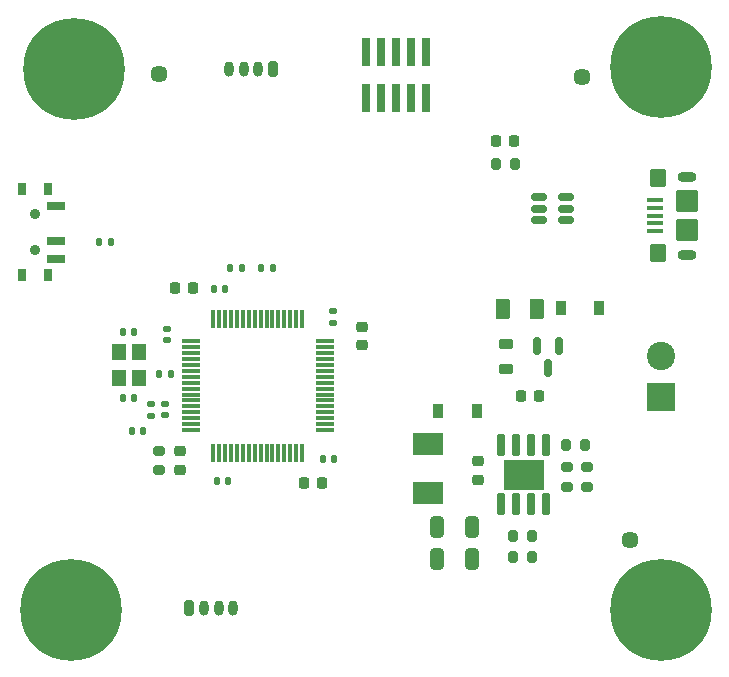
<source format=gbr>
%TF.GenerationSoftware,KiCad,Pcbnew,8.0.1*%
%TF.CreationDate,2024-05-01T14:41:19+05:45*%
%TF.ProjectId,STM32F4_Breakout_REV2,53544d33-3246-4345-9f42-7265616b6f75,rev?*%
%TF.SameCoordinates,Original*%
%TF.FileFunction,Soldermask,Top*%
%TF.FilePolarity,Negative*%
%FSLAX46Y46*%
G04 Gerber Fmt 4.6, Leading zero omitted, Abs format (unit mm)*
G04 Created by KiCad (PCBNEW 8.0.1) date 2024-05-01 14:41:19*
%MOMM*%
%LPD*%
G01*
G04 APERTURE LIST*
G04 Aperture macros list*
%AMRoundRect*
0 Rectangle with rounded corners*
0 $1 Rounding radius*
0 $2 $3 $4 $5 $6 $7 $8 $9 X,Y pos of 4 corners*
0 Add a 4 corners polygon primitive as box body*
4,1,4,$2,$3,$4,$5,$6,$7,$8,$9,$2,$3,0*
0 Add four circle primitives for the rounded corners*
1,1,$1+$1,$2,$3*
1,1,$1+$1,$4,$5*
1,1,$1+$1,$6,$7*
1,1,$1+$1,$8,$9*
0 Add four rect primitives between the rounded corners*
20,1,$1+$1,$2,$3,$4,$5,0*
20,1,$1+$1,$4,$5,$6,$7,0*
20,1,$1+$1,$6,$7,$8,$9,0*
20,1,$1+$1,$8,$9,$2,$3,0*%
G04 Aperture macros list end*
%ADD10C,1.448000*%
%ADD11RoundRect,0.250000X0.375000X0.625000X-0.375000X0.625000X-0.375000X-0.625000X0.375000X-0.625000X0*%
%ADD12RoundRect,0.225000X0.250000X-0.225000X0.250000X0.225000X-0.250000X0.225000X-0.250000X-0.225000X0*%
%ADD13RoundRect,0.218750X0.256250X-0.218750X0.256250X0.218750X-0.256250X0.218750X-0.256250X-0.218750X0*%
%ADD14RoundRect,0.150000X0.150000X-0.820000X0.150000X0.820000X-0.150000X0.820000X-0.150000X-0.820000X0*%
%ADD15R,3.510000X2.620000*%
%ADD16RoundRect,0.218750X0.218750X0.256250X-0.218750X0.256250X-0.218750X-0.256250X0.218750X-0.256250X0*%
%ADD17RoundRect,0.200000X0.200000X0.275000X-0.200000X0.275000X-0.200000X-0.275000X0.200000X-0.275000X0*%
%ADD18R,0.900000X1.200000*%
%ADD19RoundRect,0.140000X0.170000X-0.140000X0.170000X0.140000X-0.170000X0.140000X-0.170000X-0.140000X0*%
%ADD20R,1.200000X1.400000*%
%ADD21RoundRect,0.200000X-0.200000X-0.275000X0.200000X-0.275000X0.200000X0.275000X-0.200000X0.275000X0*%
%ADD22RoundRect,0.140000X0.140000X0.170000X-0.140000X0.170000X-0.140000X-0.170000X0.140000X-0.170000X0*%
%ADD23R,0.800000X1.000000*%
%ADD24C,0.900000*%
%ADD25R,1.500000X0.700000*%
%ADD26RoundRect,0.140000X-0.140000X-0.170000X0.140000X-0.170000X0.140000X0.170000X-0.140000X0.170000X0*%
%ADD27C,8.600000*%
%ADD28RoundRect,0.150000X0.512500X0.150000X-0.512500X0.150000X-0.512500X-0.150000X0.512500X-0.150000X0*%
%ADD29R,2.500000X1.900000*%
%ADD30RoundRect,0.135000X-0.135000X-0.185000X0.135000X-0.185000X0.135000X0.185000X-0.135000X0.185000X0*%
%ADD31RoundRect,0.218750X-0.381250X0.218750X-0.381250X-0.218750X0.381250X-0.218750X0.381250X0.218750X0*%
%ADD32RoundRect,0.135000X0.135000X0.185000X-0.135000X0.185000X-0.135000X-0.185000X0.135000X-0.185000X0*%
%ADD33RoundRect,0.250000X-0.325000X-0.650000X0.325000X-0.650000X0.325000X0.650000X-0.325000X0.650000X0*%
%ADD34RoundRect,0.075000X-0.700000X-0.075000X0.700000X-0.075000X0.700000X0.075000X-0.700000X0.075000X0*%
%ADD35RoundRect,0.075000X-0.075000X-0.700000X0.075000X-0.700000X0.075000X0.700000X-0.075000X0.700000X0*%
%ADD36RoundRect,0.200000X-0.200000X-0.450000X0.200000X-0.450000X0.200000X0.450000X-0.200000X0.450000X0*%
%ADD37O,0.800000X1.300000*%
%ADD38RoundRect,0.200000X0.275000X-0.200000X0.275000X0.200000X-0.275000X0.200000X-0.275000X-0.200000X0*%
%ADD39R,0.740000X2.400000*%
%ADD40RoundRect,0.200000X0.200000X0.450000X-0.200000X0.450000X-0.200000X-0.450000X0.200000X-0.450000X0*%
%ADD41RoundRect,0.200000X-0.275000X0.200000X-0.275000X-0.200000X0.275000X-0.200000X0.275000X0.200000X0*%
%ADD42RoundRect,0.225000X-0.225000X-0.250000X0.225000X-0.250000X0.225000X0.250000X-0.225000X0.250000X0*%
%ADD43RoundRect,0.225000X0.225000X0.250000X-0.225000X0.250000X-0.225000X-0.250000X0.225000X-0.250000X0*%
%ADD44RoundRect,0.150000X-0.150000X0.587500X-0.150000X-0.587500X0.150000X-0.587500X0.150000X0.587500X0*%
%ADD45RoundRect,0.147500X-0.147500X-0.172500X0.147500X-0.172500X0.147500X0.172500X-0.147500X0.172500X0*%
%ADD46RoundRect,0.100000X0.575000X-0.100000X0.575000X0.100000X-0.575000X0.100000X-0.575000X-0.100000X0*%
%ADD47O,1.600000X0.900000*%
%ADD48RoundRect,0.250000X0.450000X-0.550000X0.450000X0.550000X-0.450000X0.550000X-0.450000X-0.550000X0*%
%ADD49RoundRect,0.250000X0.700000X-0.700000X0.700000X0.700000X-0.700000X0.700000X-0.700000X-0.700000X0*%
%ADD50R,2.400000X2.400000*%
%ADD51C,2.400000*%
G04 APERTURE END LIST*
D10*
%TO.C,REF\u002A\u002A*%
X101354000Y-77086200D03*
%TD*%
%TO.C,REF\u002A\u002A*%
X97282000Y-37846000D03*
%TD*%
%TO.C,REF\u002A\u002A*%
X61476000Y-37592000D03*
%TD*%
D11*
%TO.C,F1*%
X93433000Y-57498700D03*
X90633000Y-57498700D03*
%TD*%
D12*
%TO.C,C3*%
X78673000Y-60573000D03*
X78673000Y-59023000D03*
%TD*%
D13*
%TO.C,D1*%
X63221000Y-71137500D03*
X63221000Y-69562500D03*
%TD*%
D12*
%TO.C,C16*%
X88468000Y-71951000D03*
X88468000Y-70401000D03*
%TD*%
D14*
%TO.C,U2*%
X90438000Y-74001000D03*
X91708000Y-74001000D03*
X92978000Y-74001000D03*
X94248000Y-74001000D03*
X94248000Y-69041000D03*
X92978000Y-69041000D03*
X91708000Y-69041000D03*
X90438000Y-69041000D03*
D15*
X92343000Y-71521000D03*
%TD*%
D16*
%TO.C,D4*%
X91537500Y-43250000D03*
X89962500Y-43250000D03*
%TD*%
D17*
%TO.C,R11*%
X91650000Y-45250000D03*
X90000000Y-45250000D03*
%TD*%
D18*
%TO.C,D3*%
X85068000Y-66176000D03*
X88368000Y-66176000D03*
%TD*%
D19*
%TO.C,C7*%
X76175000Y-58666000D03*
X76175000Y-57706000D03*
%TD*%
D20*
%TO.C,Y1*%
X58053000Y-61122000D03*
X58053000Y-63322000D03*
X59753000Y-63322000D03*
X59753000Y-61122000D03*
%TD*%
D21*
%TO.C,R9*%
X95903000Y-69001000D03*
X97553000Y-69001000D03*
%TD*%
D22*
%TO.C,C13*%
X59383000Y-65016000D03*
X58423000Y-65016000D03*
%TD*%
D19*
%TO.C,C11*%
X61951000Y-66512000D03*
X61951000Y-65552000D03*
%TD*%
%TO.C,C12*%
X60825000Y-66540000D03*
X60825000Y-65580000D03*
%TD*%
D23*
%TO.C,SW1*%
X52088000Y-47350000D03*
X49878000Y-47350000D03*
D24*
X50978000Y-49500000D03*
X50978000Y-52500000D03*
D23*
X52088000Y-54650000D03*
X49878000Y-54650000D03*
D25*
X52738000Y-48750000D03*
X52738000Y-51750000D03*
X52738000Y-53250000D03*
%TD*%
D26*
%TO.C,C6*%
X75345000Y-70250000D03*
X76305000Y-70250000D03*
%TD*%
D24*
%TO.C,H1*%
X100775000Y-37000000D03*
X101719581Y-34719581D03*
X101719581Y-39280419D03*
X104000000Y-33775000D03*
D27*
X104000000Y-37000000D03*
D24*
X104000000Y-40225000D03*
X106280419Y-34719581D03*
X106280419Y-39280419D03*
X107225000Y-37000000D03*
%TD*%
D26*
%TO.C,C10*%
X58423000Y-59428000D03*
X59383000Y-59428000D03*
%TD*%
D22*
%TO.C,C5*%
X67305000Y-72048000D03*
X66345000Y-72048000D03*
%TD*%
D28*
%TO.C,U3*%
X95887500Y-49950000D03*
X95887500Y-49000000D03*
X95887500Y-48050000D03*
X93612500Y-48050000D03*
X93612500Y-49000000D03*
X93612500Y-49950000D03*
%TD*%
D26*
%TO.C,C9*%
X66095000Y-55798000D03*
X67055000Y-55798000D03*
%TD*%
D18*
%TO.C,D2*%
X95463000Y-57458700D03*
X98763000Y-57458700D03*
%TD*%
D29*
%TO.C,L2*%
X84228000Y-68951000D03*
X84228000Y-73051000D03*
%TD*%
D24*
%TO.C,H2*%
X100775000Y-83000000D03*
X101719581Y-80719581D03*
X101719581Y-85280419D03*
X104000000Y-79775000D03*
D27*
X104000000Y-83000000D03*
D24*
X104000000Y-86225000D03*
X106280419Y-80719581D03*
X106280419Y-85280419D03*
X107225000Y-83000000D03*
%TD*%
D30*
%TO.C,R6*%
X67490000Y-54000000D03*
X68510000Y-54000000D03*
%TD*%
D21*
%TO.C,R4*%
X91403000Y-76751000D03*
X93053000Y-76751000D03*
%TD*%
D31*
%TO.C,FB1*%
X90883000Y-60436200D03*
X90883000Y-62561200D03*
%TD*%
D32*
%TO.C,R2*%
X71097000Y-54000000D03*
X70077000Y-54000000D03*
%TD*%
D33*
%TO.C,C15*%
X84993000Y-78676000D03*
X87943000Y-78676000D03*
%TD*%
D34*
%TO.C,U1*%
X64150000Y-60250000D03*
X64150000Y-60750000D03*
X64150000Y-61250000D03*
X64150000Y-61750000D03*
X64150000Y-62250000D03*
X64150000Y-62750000D03*
X64150000Y-63250000D03*
X64150000Y-63750000D03*
X64150000Y-64250000D03*
X64150000Y-64750000D03*
X64150000Y-65250000D03*
X64150000Y-65750000D03*
X64150000Y-66250000D03*
X64150000Y-66750000D03*
X64150000Y-67250000D03*
X64150000Y-67750000D03*
D35*
X66075000Y-69675000D03*
X66575000Y-69675000D03*
X67075000Y-69675000D03*
X67575000Y-69675000D03*
X68075000Y-69675000D03*
X68575000Y-69675000D03*
X69075000Y-69675000D03*
X69575000Y-69675000D03*
X70075000Y-69675000D03*
X70575000Y-69675000D03*
X71075000Y-69675000D03*
X71575000Y-69675000D03*
X72075000Y-69675000D03*
X72575000Y-69675000D03*
X73075000Y-69675000D03*
X73575000Y-69675000D03*
D34*
X75500000Y-67750000D03*
X75500000Y-67250000D03*
X75500000Y-66750000D03*
X75500000Y-66250000D03*
X75500000Y-65750000D03*
X75500000Y-65250000D03*
X75500000Y-64750000D03*
X75500000Y-64250000D03*
X75500000Y-63750000D03*
X75500000Y-63250000D03*
X75500000Y-62750000D03*
X75500000Y-62250000D03*
X75500000Y-61750000D03*
X75500000Y-61250000D03*
X75500000Y-60750000D03*
X75500000Y-60250000D03*
D35*
X73575000Y-58325000D03*
X73075000Y-58325000D03*
X72575000Y-58325000D03*
X72075000Y-58325000D03*
X71575000Y-58325000D03*
X71075000Y-58325000D03*
X70575000Y-58325000D03*
X70075000Y-58325000D03*
X69575000Y-58325000D03*
X69075000Y-58325000D03*
X68575000Y-58325000D03*
X68075000Y-58325000D03*
X67575000Y-58325000D03*
X67075000Y-58325000D03*
X66575000Y-58325000D03*
X66075000Y-58325000D03*
%TD*%
D36*
%TO.C,J5*%
X64017200Y-82829400D03*
D37*
X65267200Y-82829400D03*
X66517200Y-82829400D03*
X67767200Y-82829400D03*
%TD*%
D38*
%TO.C,R1*%
X61443000Y-71175000D03*
X61443000Y-69525000D03*
%TD*%
D39*
%TO.C,J4*%
X84074000Y-35724000D03*
X84074000Y-39624000D03*
X82804000Y-35724000D03*
X82804000Y-39624000D03*
X81534000Y-35724000D03*
X81534000Y-39624000D03*
X80264000Y-35724000D03*
X80264000Y-39624000D03*
X78994000Y-35724000D03*
X78994000Y-39624000D03*
%TD*%
D24*
%TO.C,H3*%
X50775000Y-83000000D03*
X51719581Y-80719581D03*
X51719581Y-85280419D03*
X54000000Y-79775000D03*
D27*
X54000000Y-83000000D03*
D24*
X54000000Y-86225000D03*
X56280419Y-80719581D03*
X56280419Y-85280419D03*
X57225000Y-83000000D03*
%TD*%
D19*
%TO.C,C4*%
X62173000Y-60162000D03*
X62173000Y-59202000D03*
%TD*%
D40*
%TO.C,J3*%
X71125000Y-37200000D03*
D37*
X69875000Y-37200000D03*
X68625000Y-37200000D03*
X67375000Y-37200000D03*
%TD*%
D41*
%TO.C,R10*%
X97728000Y-70926000D03*
X97728000Y-72576000D03*
%TD*%
D17*
%TO.C,R5*%
X93053000Y-78501000D03*
X91403000Y-78501000D03*
%TD*%
D42*
%TO.C,C8*%
X92108000Y-64883700D03*
X93658000Y-64883700D03*
%TD*%
D32*
%TO.C,R3*%
X57406000Y-51816000D03*
X56386000Y-51816000D03*
%TD*%
D43*
%TO.C,C2*%
X64350000Y-55750000D03*
X62800000Y-55750000D03*
%TD*%
D32*
%TO.C,R7*%
X62463000Y-62984000D03*
X61443000Y-62984000D03*
%TD*%
D24*
%TO.C,H4*%
X51025000Y-37225000D03*
X51969581Y-34944581D03*
X51969581Y-39505419D03*
X54250000Y-34000000D03*
D27*
X54250000Y-37225000D03*
D24*
X54250000Y-40450000D03*
X56530419Y-34944581D03*
X56530419Y-39505419D03*
X57475000Y-37225000D03*
%TD*%
D44*
%TO.C,Q1*%
X95333000Y-60623700D03*
X93433000Y-60623700D03*
X94383000Y-62498700D03*
%TD*%
D38*
%TO.C,R8*%
X95978000Y-72576000D03*
X95978000Y-70926000D03*
%TD*%
D33*
%TO.C,C14*%
X84993000Y-75926000D03*
X87943000Y-75926000D03*
%TD*%
D45*
%TO.C,L1*%
X59180000Y-67810000D03*
X60150000Y-67810000D03*
%TD*%
D46*
%TO.C,J1*%
X103497000Y-50900000D03*
X103497000Y-50250000D03*
X103497000Y-49600000D03*
X103497000Y-48950000D03*
X103497000Y-48300000D03*
D47*
X106172000Y-52900000D03*
D48*
X103722000Y-52800000D03*
D49*
X106172000Y-50800000D03*
X106172000Y-48400000D03*
D48*
X103722000Y-46400000D03*
D47*
X106172000Y-46300000D03*
%TD*%
D50*
%TO.C,J2*%
X103948000Y-64996000D03*
D51*
X103948000Y-61496000D03*
%TD*%
D42*
%TO.C,C1*%
X73725000Y-72250000D03*
X75275000Y-72250000D03*
%TD*%
M02*

</source>
